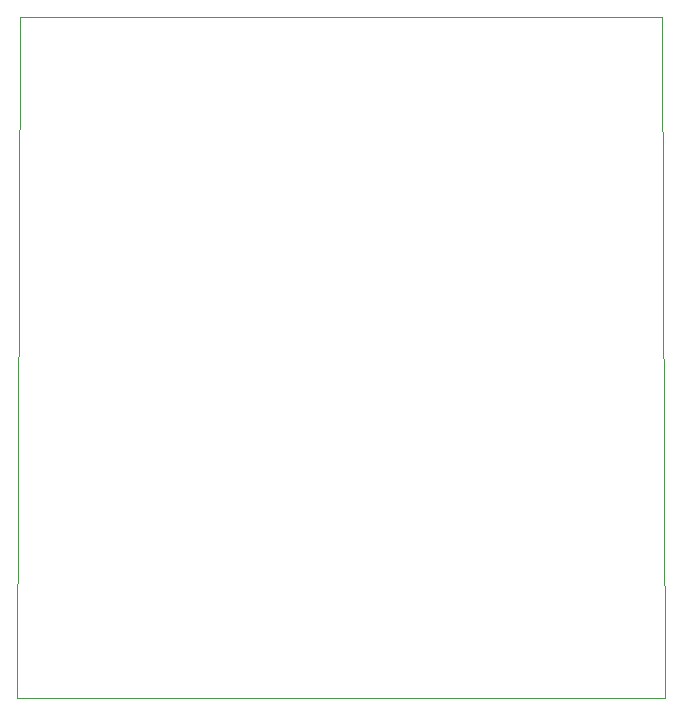
<source format=gm1>
G04 #@! TF.GenerationSoftware,KiCad,Pcbnew,7.0.11+dfsg-1build4*
G04 #@! TF.CreationDate,2026-01-25T22:06:14-05:00*
G04 #@! TF.ProjectId,deep_blue_delay,64656570-5f62-46c7-9565-5f64656c6179,rev?*
G04 #@! TF.SameCoordinates,Original*
G04 #@! TF.FileFunction,Profile,NP*
%FSLAX46Y46*%
G04 Gerber Fmt 4.6, Leading zero omitted, Abs format (unit mm)*
G04 Created by KiCad (PCBNEW 7.0.11+dfsg-1build4) date 2026-01-25 22:06:14*
%MOMM*%
%LPD*%
G01*
G04 APERTURE LIST*
G04 #@! TA.AperFunction,Profile*
%ADD10C,0.100000*%
G04 #@! TD*
G04 APERTURE END LIST*
D10*
X154686000Y-107696000D02*
X99822000Y-107696000D01*
X154178000Y-50038000D02*
X154432000Y-50038000D01*
X99822000Y-107696000D02*
X100076000Y-50038000D01*
X100076000Y-50038000D02*
X154178000Y-50038000D01*
X154432000Y-50038000D02*
X154686000Y-107696000D01*
M02*

</source>
